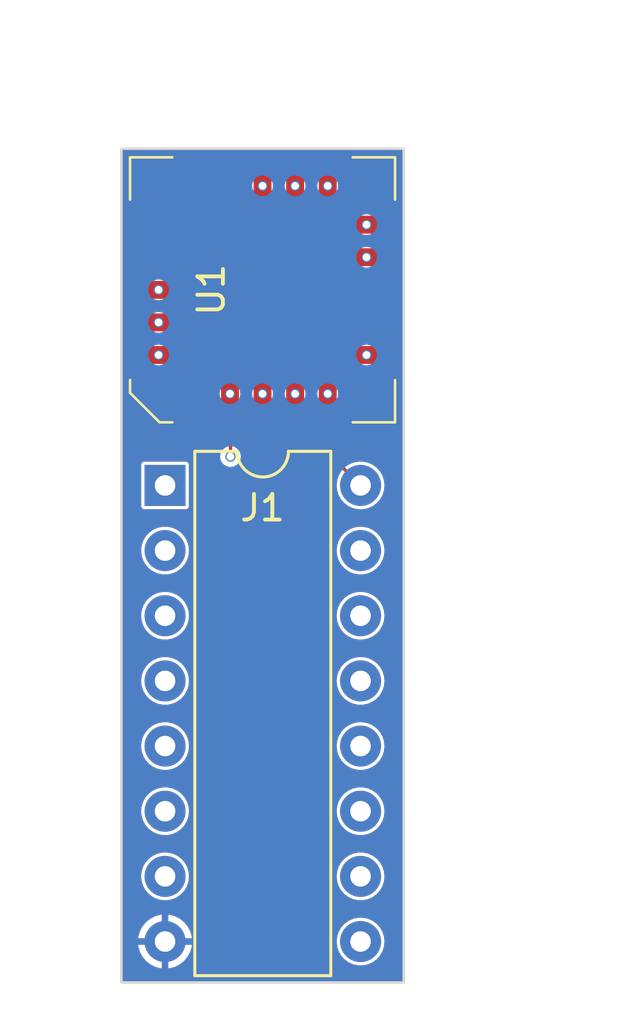
<source format=kicad_pcb>
(kicad_pcb (version 20221018) (generator pcbnew)
  (title_block (title "74(ls|hc|f)182 pal replacement") (date "2023-04-12") (rev "0.0.1") (company "Rainy Day Plans"))
  (layers (0 "F.Cu" signal) (1 "In1.Cu" signal) (2 "In2.Cu" signal) (31 "B.Cu" signal) (34 "B.Paste" user) (35 "F.Paste" user) (36 "B.SilkS" user "B.Silkscreen") (37 "F.SilkS" user "F.Silkscreen") (38 "B.Mask" user) (39 "F.Mask" user) (44 "Edge.Cuts" user))
  (net 0 "")
  (net 1 "/G1")
  (net 2 "/P1")
  (net 3 "/G0")
  (net 4 "/P0")
  (net 5 "/G3")
  (net 6 "/P3")
  (net 7 "/P")
  (net 8 "GND")
  (net 9 "/Cnz")
  (net 10 "/G")
  (net 11 "/Cny")
  (net 12 "/Cnx")
  (net 13 "/Cn")
  (net 14 "/G2")
  (net 15 "/P2")
  (net 16 "+5V")
  (footprint "Package_DIP:DIP-16_W7.62mm" (layer "F.Cu") (at 138.2 84.125)
    (fp_text reference "J1" (at 3.8 0.875) (layer "F.SilkS"))
    (fp_text value "CNC Tech 220-1-16-003")
    (fp_line (start 1.16 -1.33) (end 1.16 19.11) (stroke (width 0.12)) (layer "F.SilkS"))
    (fp_line (start 1.16 19.11) (end 6.46 19.11) (stroke (width 0.12)) (layer "F.SilkS"))
    (fp_line (start 2.81 -1.33) (end 1.16 -1.33) (stroke (width 0.12)) (layer "F.SilkS"))
    (fp_line (start 6.46 -1.33) (end 4.81 -1.33) (stroke (width 0.12)) (layer "F.SilkS"))
    (fp_line (start 6.46 19.11) (end 6.46 -1.33) (stroke (width 0.12)) (layer "F.SilkS"))
    (fp_arc (start 4.81 -1.33) (mid 3.81 -0.33) (end 2.81 -1.33) (stroke (width 0.12)) (layer "F.SilkS"))
    (pad "1" thru_hole rect (at 0 0) (size 1.6 1.6) (drill 0.8) (layers "*.Cu" "*.Mask") (net 1 "/G1"))
    (pad "2" thru_hole oval (at 0 2.54) (size 1.6 1.6) (drill 0.8) (layers "*.Cu" "*.Mask") (net 2 "/P1"))
    (pad "3" thru_hole oval (at 0 5.08) (size 1.6 1.6) (drill 0.8) (layers "*.Cu" "*.Mask") (net 3 "/G0"))
    (pad "4" thru_hole oval (at 0 7.62) (size 1.6 1.6) (drill 0.8) (layers "*.Cu" "*.Mask") (net 4 "/P0"))
    (pad "5" thru_hole oval (at 0 10.16) (size 1.6 1.6) (drill 0.8) (layers "*.Cu" "*.Mask") (net 5 "/G3"))
    (pad "6" thru_hole oval (at 0 12.7) (size 1.6 1.6) (drill 0.8) (layers "*.Cu" "*.Mask") (net 6 "/P3"))
    (pad "7" thru_hole oval (at 0 15.24) (size 1.6 1.6) (drill 0.8) (layers "*.Cu" "*.Mask") (net 7 "/P"))
    (pad "8" thru_hole oval (at 0 17.78) (size 1.6 1.6) (drill 0.8) (layers "*.Cu" "*.Mask") (net 8 "GND"))
    (pad "9" thru_hole oval (at 7.62 17.78) (size 1.6 1.6) (drill 0.8) (layers "*.Cu" "*.Mask") (net 9 "/Cnz"))
    (pad "10" thru_hole oval (at 7.62 15.24) (size 1.6 1.6) (drill 0.8) (layers "*.Cu" "*.Mask") (net 10 "/G"))
    (pad "11" thru_hole oval (at 7.62 12.7) (size 1.6 1.6) (drill 0.8) (layers "*.Cu" "*.Mask") (net 11 "/Cny"))
    (pad "12" thru_hole oval (at 7.62 10.16) (size 1.6 1.6) (drill 0.8) (layers "*.Cu" "*.Mask") (net 12 "/Cnx"))
    (pad "13" thru_hole oval (at 7.62 7.62) (size 1.6 1.6) (drill 0.8) (layers "*.Cu" "*.Mask") (net 13 "/Cn"))
    (pad "14" thru_hole oval (at 7.62 5.08) (size 1.6 1.6) (drill 0.8) (layers "*.Cu" "*.Mask") (net 14 "/G2"))
    (pad "15" thru_hole oval (at 7.62 2.54) (size 1.6 1.6) (drill 0.8) (layers "*.Cu" "*.Mask") (net 15 "/P2"))
    (pad "16" thru_hole oval (at 7.62 0) (size 1.6 1.6) (drill 0.8) (layers "*.Cu" "*.Mask") (net 16 "+5V"))
  )
  (footprint "Package_LCC:PLCC-20" (layer "F.Cu") (at 142 76.5 90)
    (fp_text reference "U1" (at 0 -2 90) (layer "F.SilkS"))
    (fp_text value "ATF16V8C-5JX")
    (fp_line (start -5.165 -4.015) (end -5.165 -3.515) (stroke (width 0.1)) (layer "F.SilkS"))
    (fp_line (start -5.165 5.165) (end -5.165 3.515) (stroke (width 0.1)) (layer "F.SilkS"))
    (fp_line (start -4.015 -5.165) (end -5.165 -4.015) (stroke (width 0.1)) (layer "F.SilkS"))
    (fp_line (start -3.515 -5.165) (end -4.015 -5.165) (stroke (width 0.1)) (layer "F.SilkS"))
    (fp_line (start -3.515 5.165) (end -5.165 5.165) (stroke (width 0.1)) (layer "F.SilkS"))
    (fp_line (start 3.515 -5.165) (end 5.165 -5.165) (stroke (width 0.1)) (layer "F.SilkS"))
    (fp_line (start 3.515 5.165) (end 5.165 5.165) (stroke (width 0.1)) (layer "F.SilkS"))
    (fp_line (start 5.165 -5.165) (end 5.165 -3.515) (stroke (width 0.1)) (layer "F.SilkS"))
    (fp_line (start 5.165 5.165) (end 5.165 3.515) (stroke (width 0.1)) (layer "F.SilkS"))
    (pad "1" smd rect (at 0 -4.0525 90) (size 0.7 1.925) (layers "F.Cu" "F.Paste" "F.Mask") (net 3 "/G0"))
    (pad "2" smd rect (at -1.27 -4.0525 90) (size 0.7 1.925) (layers "F.Cu" "F.Paste" "F.Mask") (net 2 "/P1"))
    (pad "3" smd rect (at -2.54 -4.0525 90) (size 0.7 1.925) (layers "F.Cu" "F.Paste" "F.Mask") (net 1 "/G1"))
    (pad "4" smd rect (at -4.0525 -2.54 90) (size 1.925 0.7) (layers "F.Cu" "F.Paste" "F.Mask") (net 4 "/P0"))
    (pad "5" smd rect (at -4.0525 -1.27 90) (size 1.925 0.7) (layers "F.Cu" "F.Paste" "F.Mask") (net 5 "/G3"))
    (pad "6" smd rect (at -4.0525 0 90) (size 1.925 0.7) (layers "F.Cu" "F.Paste" "F.Mask") (net 6 "/P3"))
    (pad "7" smd rect (at -4.0525 1.27 90) (size 1.925 0.7) (layers "F.Cu" "F.Paste" "F.Mask") (net 14 "/G2"))
    (pad "8" smd rect (at -4.0525 2.54 90) (size 1.925 0.7) (layers "F.Cu" "F.Paste" "F.Mask") (net 15 "/P2"))
    (pad "9" smd rect (at -2.54 4.0525 90) (size 0.7 1.925) (layers "F.Cu" "F.Paste" "F.Mask") (net 13 "/Cn"))
    (pad "10" smd rect (at -1.27 4.0525 90) (size 0.7 1.925) (layers "F.Cu" "F.Paste" "F.Mask") (net 8 "GND"))
    (pad "11" smd rect (at 0 4.0525 90) (size 0.7 1.925) (layers "F.Cu" "F.Paste" "F.Mask"))
    (pad "12" smd rect (at 1.27 4.0525 90) (size 0.7 1.925) (layers "F.Cu" "F.Paste" "F.Mask") (net 10 "/G"))
    (pad "13" smd rect (at 2.54 4.0525 90) (size 0.7 1.925) (layers "F.Cu" "F.Paste" "F.Mask") (net 7 "/P"))
    (pad "14" smd rect (at 4.0525 2.54 90) (size 1.925 0.7) (layers "F.Cu" "F.Paste" "F.Mask") (net 12 "/Cnx"))
    (pad "15" smd rect (at 4.0525 1.27 90) (size 1.925 0.7) (layers "F.Cu" "F.Paste" "F.Mask") (net 11 "/Cny"))
    (pad "16" smd rect (at 4.0525 0 90) (size 1.925 0.7) (layers "F.Cu" "F.Paste" "F.Mask") (net 9 "/Cnz"))
    (pad "17" smd rect (at 4.0525 -1.27 90) (size 1.925 0.7) (layers "F.Cu" "F.Paste" "F.Mask"))
    (pad "18" smd rect (at 4.0525 -2.54 90) (size 1.925 0.7) (layers "F.Cu" "F.Paste" "F.Mask"))
    (pad "19" smd rect (at 2.54 -4.0525 90) (size 0.7 1.925) (layers "F.Cu" "F.Paste" "F.Mask"))
    (pad "20" smd rect (at 1.27 -4.0525 90) (size 0.7 1.925) (layers "F.Cu" "F.Paste" "F.Mask") (net 16 "+5V"))
  )
  (gr_rect (start 136.5 71) (end 147.5 103.5) (stroke (width 0.1)) (fill none) (layer "Edge.Cuts"))
  (via (at 137.9475 79.04) (size 0.4) (drill 0.3) (layers "F.Cu" "B.Cu") (net 1))
  (via (at 137.9475 77.77) (size 0.4) (drill 0.3) (layers "F.Cu" "B.Cu") (net 2))
  (via (at 137.9475 76.5) (size 0.4) (drill 0.3) (layers "F.Cu" "B.Cu") (net 3))
  (segment (start 140.75 82.5) (end 140.75 83) (width 0.127) (layer "F.Cu") (net 4))
  (segment (start 139.46 80.5525) (end 139.46 81.21) (width 0.127) (layer "F.Cu") (net 4))
  (segment (start 139.46 81.21) (end 140.75 82.5) (width 0.127) (layer "F.Cu") (net 4))
  (via (at 140.75 83) (size 0.4) (drill 0.3) (layers "F.Cu" "B.Cu") (net 4))
  (via (at 140.73 80.5525) (size 0.4) (drill 0.3) (layers "F.Cu" "B.Cu") (net 5))
  (via (at 142 80.5525) (size 0.4) (drill 0.3) (layers "F.Cu" "B.Cu") (net 6))
  (via (at 146.0525 73.96) (size 0.4) (drill 0.3) (layers "F.Cu" "B.Cu") (net 7))
  (via (at 142 72.4475) (size 0.4) (drill 0.3) (layers "F.Cu" "B.Cu") (net 9))
  (via (at 146.0525 75.23) (size 0.4) (drill 0.3) (layers "F.Cu" "B.Cu") (net 10))
  (via (at 143.27 72.4475) (size 0.4) (drill 0.3) (layers "F.Cu" "B.Cu") (net 11))
  (via (at 144.54 72.4475) (size 0.4) (drill 0.3) (layers "F.Cu" "B.Cu") (net 12))
  (via (at 146.0525 79.04) (size 0.4) (drill 0.3) (layers "F.Cu" "B.Cu") (net 13))
  (via (at 143.27 80.5525) (size 0.4) (drill 0.3) (layers "F.Cu" "B.Cu") (net 14))
  (via (at 144.54 80.5525) (size 0.4) (drill 0.3) (layers "F.Cu" "B.Cu") (net 15))
  (segment (start 140.7305 75.23) (end 143.9 78.3995) (width 0.127) (layer "F.Cu") (net 16))
  (segment (start 143.9 82.205) (end 145.82 84.125) (width 0.127) (layer "F.Cu") (net 16))
  (segment (start 143.9 78.3995) (end 143.9 82.205) (width 0.127) (layer "F.Cu") (net 16))
  (segment (start 137.9475 75.23) (end 140.7305 75.23) (width 0.127) (layer "F.Cu") (net 16))
  (zone (net 8) (net_name "GND") (layers "F.Cu" "In1.Cu" "In2.Cu" "B.Cu") (connect_pads (clearance 0.127)) (min_thickness 0.127) (fill yes (thermal_gap 0.254) (thermal_bridge_width 0.254))
    (polygon (pts (xy 136.5 103.5) (xy 136.5 71) (xy 147.5 71) (xy 147.5 103.5) (xy 142 103.5)))
  )
)
</source>
